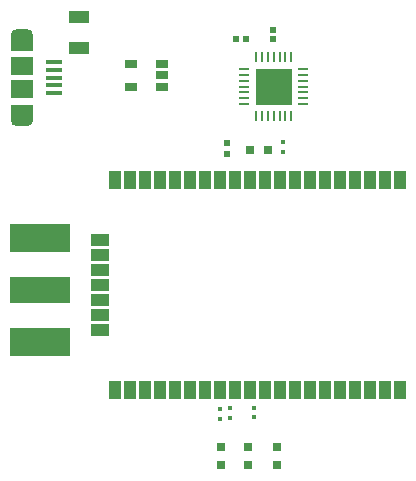
<source format=gbr>
%TF.GenerationSoftware,Altium Limited,Altium Designer,23.3.1 (30)*%
G04 Layer_Color=8421504*
%FSLAX45Y45*%
%MOMM*%
%TF.SameCoordinates,3D4662BF-085F-4CF4-8E86-F61BF3E894F1*%
%TF.FilePolarity,Positive*%
%TF.FileFunction,Paste,Top*%
%TF.Part,Single*%
G01*
G75*
%TA.AperFunction,NonConductor*%
%ADD10C,0.50000*%
%TA.AperFunction,SMDPad,CuDef*%
%ADD11R,1.52400X1.01600*%
%ADD12R,1.01600X1.52400*%
%ADD13R,0.56818X0.57247*%
%TA.AperFunction,ConnectorPad*%
%ADD14R,5.08000X2.41300*%
%ADD15R,5.08000X2.28600*%
%TA.AperFunction,SMDPad,CuDef*%
%ADD16R,0.80000X0.80000*%
%ADD17R,0.45000X0.45000*%
%TA.AperFunction,ConnectorPad*%
%ADD18R,1.90000X1.50000*%
%ADD19R,1.35000X0.40000*%
%TA.AperFunction,SMDPad,CuDef*%
%ADD20O,0.95000X0.20000*%
%ADD21O,0.20000X0.95000*%
%ADD22R,3.13000X3.13000*%
%ADD23R,1.70000X1.10000*%
%ADD24R,0.99000X0.69000*%
%ADD25R,0.57247X0.56818*%
%ADD26R,0.80000X0.80000*%
%ADD27R,0.47247X0.46818*%
G36*
X234700Y3257700D02*
X44700D01*
Y3387700D01*
X234700D01*
Y3257700D01*
D02*
G37*
G36*
X184703Y3207702D02*
X94700Y3207700D01*
Y3257699D01*
X184703D01*
Y3207702D01*
D02*
G37*
G36*
X184700Y3977700D02*
X94697D01*
Y4027698D01*
X184700Y4027700D01*
Y3977700D01*
D02*
G37*
G36*
X234700Y3847700D02*
X44700D01*
Y3977700D01*
X234700D01*
Y3847700D01*
D02*
G37*
D10*
X209700Y3257700D02*
G03*
X209700Y3257700I-25000J0D01*
G01*
X119700D02*
G03*
X119700Y3257700I-25000J0D01*
G01*
X209700Y3977700D02*
G03*
X209700Y3977700I-25000J0D01*
G01*
X119700D02*
G03*
X119700Y3977700I-25000J0D01*
G01*
D11*
X800100Y1478500D02*
D03*
Y1605500D02*
D03*
Y1732500D02*
D03*
Y1859500D02*
D03*
Y1986500D02*
D03*
Y2113500D02*
D03*
Y2240500D02*
D03*
D12*
X3340100Y970500D02*
D03*
X3213100D02*
D03*
X3086100D02*
D03*
X2959100D02*
D03*
X2832100D02*
D03*
X2705100D02*
D03*
X2578100D02*
D03*
X2451100D02*
D03*
X2324100D02*
D03*
X2197100D02*
D03*
X2070100D02*
D03*
X1943100D02*
D03*
X1816100D02*
D03*
X1689100D02*
D03*
X1562100D02*
D03*
X1435100D02*
D03*
X1308100D02*
D03*
X1181100D02*
D03*
X1054100D02*
D03*
X927100D02*
D03*
Y2748500D02*
D03*
X1054100D02*
D03*
X1181100D02*
D03*
X1308100D02*
D03*
X1435100D02*
D03*
X1562100D02*
D03*
X1689100D02*
D03*
X1816100D02*
D03*
X1943100D02*
D03*
X2070100D02*
D03*
X2197100D02*
D03*
X2324100D02*
D03*
X2451100D02*
D03*
X2578100D02*
D03*
X2705100D02*
D03*
X2832100D02*
D03*
X2959100D02*
D03*
X3086100D02*
D03*
X3213100D02*
D03*
X3340100D02*
D03*
D13*
X2039114Y3942300D02*
D03*
X1948685D02*
D03*
D14*
X292100Y2259550D02*
D03*
Y1383250D02*
D03*
D15*
Y1821400D02*
D03*
D16*
X2057508Y489992D02*
D03*
Y339990D02*
D03*
X2300008Y489992D02*
D03*
Y339990D02*
D03*
X1825010Y489989D02*
D03*
Y339992D02*
D03*
D17*
X1905000Y740000D02*
D03*
Y820000D02*
D03*
X2102500Y742500D02*
D03*
Y822500D02*
D03*
X1815000Y730000D02*
D03*
Y810000D02*
D03*
X2350000Y3070000D02*
D03*
Y2990000D02*
D03*
D18*
X139700Y3517698D02*
D03*
Y3717698D02*
D03*
D19*
X409702Y3487701D02*
D03*
Y3552700D02*
D03*
Y3617698D02*
D03*
Y3682702D02*
D03*
Y3747700D02*
D03*
D20*
X2023400Y3692400D02*
D03*
Y3642402D02*
D03*
Y3592400D02*
D03*
Y3542402D02*
D03*
Y3492400D02*
D03*
Y3442403D02*
D03*
Y3392400D02*
D03*
X2518400D02*
D03*
Y3442403D02*
D03*
Y3492400D02*
D03*
Y3542402D02*
D03*
Y3592400D02*
D03*
Y3642402D02*
D03*
Y3692400D02*
D03*
D21*
X2120900Y3294900D02*
D03*
X2170902D02*
D03*
X2220900D02*
D03*
X2270902D02*
D03*
X2320900D02*
D03*
X2370902D02*
D03*
X2420899D02*
D03*
Y3789900D02*
D03*
X2370902D02*
D03*
X2320900D02*
D03*
X2270902D02*
D03*
X2220900D02*
D03*
X2170902D02*
D03*
X2120900D02*
D03*
D22*
X2270902Y3542402D02*
D03*
D23*
X620000Y4127500D02*
D03*
Y3867501D02*
D03*
D24*
X1323300Y3542499D02*
D03*
Y3637500D02*
D03*
Y3732501D02*
D03*
X1064301D02*
D03*
Y3542499D02*
D03*
D25*
X1879600Y3066000D02*
D03*
Y2975571D02*
D03*
D26*
X2071290Y3002492D02*
D03*
X2221292D02*
D03*
D27*
X2265000Y3942284D02*
D03*
Y4022716D02*
D03*
%TF.MD5,b08f7c14da0383c72ad1e31c767a02d7*%
M02*

</source>
